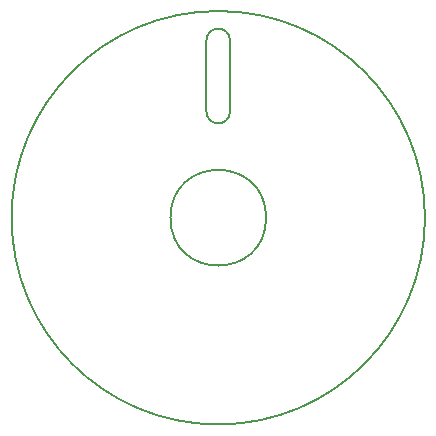
<source format=gm1>
%TF.GenerationSoftware,KiCad,Pcbnew,(6.0.8)*%
%TF.CreationDate,2022-10-29T15:14:35+02:00*%
%TF.ProjectId,view_screen,76696577-5f73-4637-9265-656e2e6b6963,rev?*%
%TF.SameCoordinates,Original*%
%TF.FileFunction,Profile,NP*%
%FSLAX46Y46*%
G04 Gerber Fmt 4.6, Leading zero omitted, Abs format (unit mm)*
G04 Created by KiCad (PCBNEW (6.0.8)) date 2022-10-29 15:14:35*
%MOMM*%
%LPD*%
G01*
G04 APERTURE LIST*
%TA.AperFunction,Profile*%
%ADD10C,0.200000*%
%TD*%
G04 APERTURE END LIST*
D10*
X99000000Y-91000000D02*
G75*
G03*
X101000000Y-91000000I1000000J0D01*
G01*
X99000000Y-85000000D02*
X99000000Y-91000000D01*
X101000000Y-91000000D02*
X101000000Y-85000000D01*
X101000000Y-85000000D02*
G75*
G03*
X99000000Y-85000000I-1000000J0D01*
G01*
X117500000Y-100000000D02*
G75*
G03*
X117500000Y-100000000I-17500000J0D01*
G01*
X104050000Y-100000000D02*
G75*
G03*
X104050000Y-100000000I-4050000J0D01*
G01*
M02*

</source>
